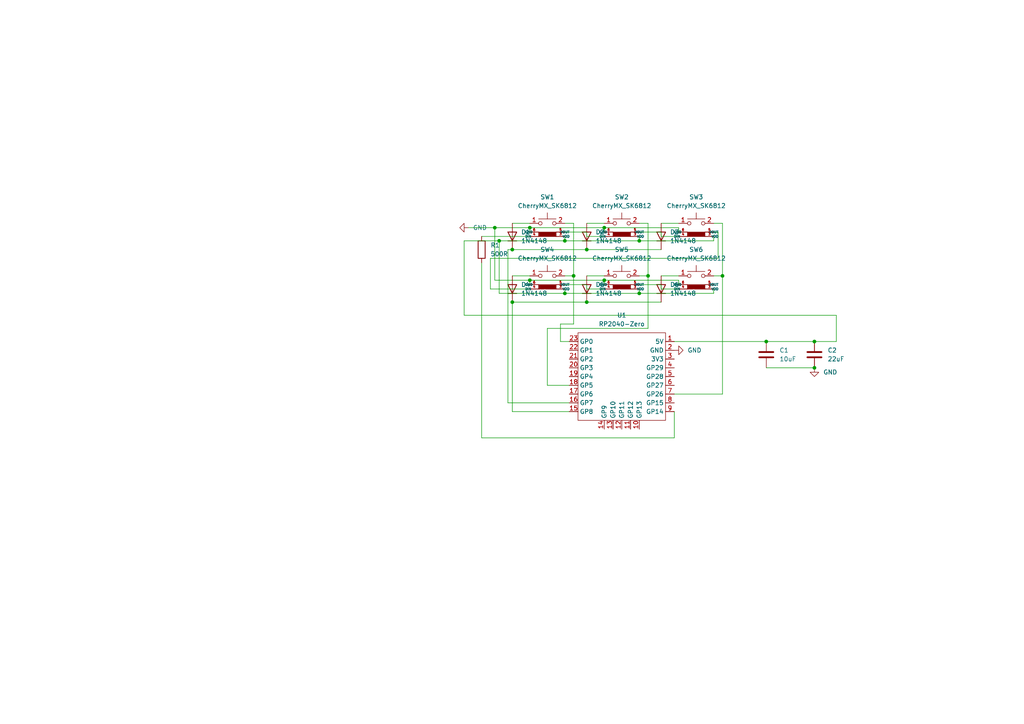
<source format=kicad_sch>
(kicad_sch (version 20211123) (generator eeschema)

  (uuid e63e39d7-6ac0-4ffd-8aa3-1841a4541b55)

  (paper "A4")

  (lib_symbols
    (symbol "Cherry MX EDITS:CherryMX_SK6812" (pin_names (offset -3.9878)) (in_bom yes) (on_board yes)
      (property "Reference" "U" (id 0) (at 2.54 4.445 0)
        (effects (font (size 1.27 1.27)))
      )
      (property "Value" "CherryMX_SK6812" (id 1) (at 0 -8.89 0)
        (effects (font (size 1.27 1.27)))
      )
      (property "Footprint" "" (id 2) (at 0 0 0)
        (effects (font (size 1.27 1.27)) hide)
      )
      (property "Datasheet" "" (id 3) (at 0 0 0)
        (effects (font (size 1.27 1.27)) hide)
      )
      (symbol "CherryMX_SK6812_0_1"
        (rectangle (start 2.54 -1.27) (end -2.54 -2.54)
          (stroke (width 0) (type default) (color 0 0 0 0))
          (fill (type outline))
        )
      )
      (symbol "CherryMX_SK6812_1_1"
        (circle (center -2.032 1.27) (radius 0.508)
          (stroke (width 0) (type default) (color 0 0 0 0))
          (fill (type none))
        )
        (polyline
          (pts
            (xy 0 2.54)
            (xy 0 4.318)
          )
          (stroke (width 0) (type default) (color 0 0 0 0))
          (fill (type none))
        )
        (polyline
          (pts
            (xy 2.54 -2.54)
            (xy -2.54 -2.54)
          )
          (stroke (width 0) (type default) (color 0 0 0 0))
          (fill (type none))
        )
        (polyline
          (pts
            (xy 2.54 2.54)
            (xy -2.54 2.54)
          )
          (stroke (width 0) (type default) (color 0 0 0 0))
          (fill (type none))
        )
        (circle (center 2.032 1.27) (radius 0.508)
          (stroke (width 0) (type default) (color 0 0 0 0))
          (fill (type none))
        )
        (pin passive line (at -5.08 1.27 0) (length 2.54)
          (name "~" (effects (font (size 1.27 1.27))))
          (number "1" (effects (font (size 1.27 1.27))))
        )
        (pin passive line (at 5.08 1.27 180) (length 2.54)
          (name "~" (effects (font (size 1.27 1.27))))
          (number "2" (effects (font (size 1.27 1.27))))
        )
        (pin passive line (at 5.08 -2.54 180) (length 2.54)
          (name "VDD" (effects (font (size 0.7 0.7))))
          (number "3" (effects (font (size 0.7 0.7))))
        )
        (pin passive line (at -5.08 -2.54 0) (length 2.54)
          (name "DIN" (effects (font (size 0.7 0.7))))
          (number "4" (effects (font (size 0.7 0.7))))
        )
        (pin passive line (at 5.08 -1.27 180) (length 2.54)
          (name "DOUT" (effects (font (size 0.7 0.7))))
          (number "5" (effects (font (size 0.7 0.7))))
        )
        (pin passive line (at -5.08 -1.27 0) (length 2.54)
          (name "GND" (effects (font (size 0.7 0.7))))
          (number "6" (effects (font (size 0.7 0.7))))
        )
      )
    )
    (symbol "Device:C" (pin_numbers hide) (pin_names (offset 0.254)) (in_bom yes) (on_board yes)
      (property "Reference" "C" (id 0) (at 0.635 2.54 0)
        (effects (font (size 1.27 1.27)) (justify left))
      )
      (property "Value" "C" (id 1) (at 0.635 -2.54 0)
        (effects (font (size 1.27 1.27)) (justify left))
      )
      (property "Footprint" "" (id 2) (at 0.9652 -3.81 0)
        (effects (font (size 1.27 1.27)) hide)
      )
      (property "Datasheet" "~" (id 3) (at 0 0 0)
        (effects (font (size 1.27 1.27)) hide)
      )
      (property "ki_keywords" "cap capacitor" (id 4) (at 0 0 0)
        (effects (font (size 1.27 1.27)) hide)
      )
      (property "ki_description" "Unpolarized capacitor" (id 5) (at 0 0 0)
        (effects (font (size 1.27 1.27)) hide)
      )
      (property "ki_fp_filters" "C_*" (id 6) (at 0 0 0)
        (effects (font (size 1.27 1.27)) hide)
      )
      (symbol "C_0_1"
        (polyline
          (pts
            (xy -2.032 -0.762)
            (xy 2.032 -0.762)
          )
          (stroke (width 0.508) (type default) (color 0 0 0 0))
          (fill (type none))
        )
        (polyline
          (pts
            (xy -2.032 0.762)
            (xy 2.032 0.762)
          )
          (stroke (width 0.508) (type default) (color 0 0 0 0))
          (fill (type none))
        )
      )
      (symbol "C_1_1"
        (pin passive line (at 0 3.81 270) (length 2.794)
          (name "~" (effects (font (size 1.27 1.27))))
          (number "1" (effects (font (size 1.27 1.27))))
        )
        (pin passive line (at 0 -3.81 90) (length 2.794)
          (name "~" (effects (font (size 1.27 1.27))))
          (number "2" (effects (font (size 1.27 1.27))))
        )
      )
    )
    (symbol "Device:R" (pin_numbers hide) (pin_names (offset 0)) (in_bom yes) (on_board yes)
      (property "Reference" "R" (id 0) (at 2.032 0 90)
        (effects (font (size 1.27 1.27)))
      )
      (property "Value" "R" (id 1) (at 0 0 90)
        (effects (font (size 1.27 1.27)))
      )
      (property "Footprint" "" (id 2) (at -1.778 0 90)
        (effects (font (size 1.27 1.27)) hide)
      )
      (property "Datasheet" "~" (id 3) (at 0 0 0)
        (effects (font (size 1.27 1.27)) hide)
      )
      (property "ki_keywords" "R res resistor" (id 4) (at 0 0 0)
        (effects (font (size 1.27 1.27)) hide)
      )
      (property "ki_description" "Resistor" (id 5) (at 0 0 0)
        (effects (font (size 1.27 1.27)) hide)
      )
      (property "ki_fp_filters" "R_*" (id 6) (at 0 0 0)
        (effects (font (size 1.27 1.27)) hide)
      )
      (symbol "R_0_1"
        (rectangle (start -1.016 -2.54) (end 1.016 2.54)
          (stroke (width 0.254) (type default) (color 0 0 0 0))
          (fill (type none))
        )
      )
      (symbol "R_1_1"
        (pin passive line (at 0 3.81 270) (length 1.27)
          (name "~" (effects (font (size 1.27 1.27))))
          (number "1" (effects (font (size 1.27 1.27))))
        )
        (pin passive line (at 0 -3.81 90) (length 1.27)
          (name "~" (effects (font (size 1.27 1.27))))
          (number "2" (effects (font (size 1.27 1.27))))
        )
      )
    )
    (symbol "Diode:1N4148" (pin_numbers hide) (pin_names (offset 1.016) hide) (in_bom yes) (on_board yes)
      (property "Reference" "D" (id 0) (at 0 2.54 0)
        (effects (font (size 1.27 1.27)))
      )
      (property "Value" "1N4148" (id 1) (at 0 -2.54 0)
        (effects (font (size 1.27 1.27)))
      )
      (property "Footprint" "Diode_THT:D_DO-35_SOD27_P7.62mm_Horizontal" (id 2) (at 0 -4.445 0)
        (effects (font (size 1.27 1.27)) hide)
      )
      (property "Datasheet" "https://assets.nexperia.com/documents/data-sheet/1N4148_1N4448.pdf" (id 3) (at 0 0 0)
        (effects (font (size 1.27 1.27)) hide)
      )
      (property "ki_keywords" "diode" (id 4) (at 0 0 0)
        (effects (font (size 1.27 1.27)) hide)
      )
      (property "ki_description" "100V 0.15A standard switching diode, DO-35" (id 5) (at 0 0 0)
        (effects (font (size 1.27 1.27)) hide)
      )
      (property "ki_fp_filters" "D*DO?35*" (id 6) (at 0 0 0)
        (effects (font (size 1.27 1.27)) hide)
      )
      (symbol "1N4148_0_1"
        (polyline
          (pts
            (xy -1.27 1.27)
            (xy -1.27 -1.27)
          )
          (stroke (width 0.254) (type default) (color 0 0 0 0))
          (fill (type none))
        )
        (polyline
          (pts
            (xy 1.27 0)
            (xy -1.27 0)
          )
          (stroke (width 0) (type default) (color 0 0 0 0))
          (fill (type none))
        )
        (polyline
          (pts
            (xy 1.27 1.27)
            (xy 1.27 -1.27)
            (xy -1.27 0)
            (xy 1.27 1.27)
          )
          (stroke (width 0.254) (type default) (color 0 0 0 0))
          (fill (type none))
        )
      )
      (symbol "1N4148_1_1"
        (pin passive line (at -3.81 0 0) (length 2.54)
          (name "K" (effects (font (size 1.27 1.27))))
          (number "1" (effects (font (size 1.27 1.27))))
        )
        (pin passive line (at 3.81 0 180) (length 2.54)
          (name "A" (effects (font (size 1.27 1.27))))
          (number "2" (effects (font (size 1.27 1.27))))
        )
      )
    )
    (symbol "RP2040-Zero:RP2040-Zero" (in_bom yes) (on_board yes)
      (property "Reference" "U" (id 0) (at 0 -3.81 0)
        (effects (font (size 1.27 1.27)))
      )
      (property "Value" "RP2040-Zero" (id 1) (at 0 16.51 0)
        (effects (font (size 1.27 1.27)))
      )
      (property "Footprint" "" (id 2) (at 0 -3.81 0)
        (effects (font (size 1.27 1.27)) hide)
      )
      (property "Datasheet" "" (id 3) (at 0 -3.81 0)
        (effects (font (size 1.27 1.27)) hide)
      )
      (symbol "RP2040-Zero_0_1"
        (rectangle (start -12.7 12.7) (end 12.7 -12.7)
          (stroke (width 0) (type default) (color 0 0 0 0))
          (fill (type none))
        )
      )
      (symbol "RP2040-Zero_1_1"
        (pin power_out line (at -15.24 10.16 0) (length 2.54)
          (name "5V" (effects (font (size 1.27 1.27))))
          (number "1" (effects (font (size 1.27 1.27))))
        )
        (pin passive line (at -5.08 -15.24 90) (length 2.54)
          (name "GP13" (effects (font (size 1.27 1.27))))
          (number "10" (effects (font (size 1.27 1.27))))
        )
        (pin passive line (at -2.54 -15.24 90) (length 2.54)
          (name "GP12" (effects (font (size 1.27 1.27))))
          (number "11" (effects (font (size 1.27 1.27))))
        )
        (pin passive line (at 0 -15.24 90) (length 2.54)
          (name "GP11" (effects (font (size 1.27 1.27))))
          (number "12" (effects (font (size 1.27 1.27))))
        )
        (pin passive line (at 2.54 -15.24 90) (length 2.54)
          (name "GP10" (effects (font (size 1.27 1.27))))
          (number "13" (effects (font (size 1.27 1.27))))
        )
        (pin passive line (at 5.08 -15.24 90) (length 2.54)
          (name "GP9" (effects (font (size 1.27 1.27))))
          (number "14" (effects (font (size 1.27 1.27))))
        )
        (pin passive line (at 15.24 -10.16 180) (length 2.54)
          (name "GP8" (effects (font (size 1.27 1.27))))
          (number "15" (effects (font (size 1.27 1.27))))
        )
        (pin passive line (at 15.24 -7.62 180) (length 2.54)
          (name "GP7" (effects (font (size 1.27 1.27))))
          (number "16" (effects (font (size 1.27 1.27))))
        )
        (pin passive line (at 15.24 -5.08 180) (length 2.54)
          (name "GP6" (effects (font (size 1.27 1.27))))
          (number "17" (effects (font (size 1.27 1.27))))
        )
        (pin passive line (at 15.24 -2.54 180) (length 2.54)
          (name "GP5" (effects (font (size 1.27 1.27))))
          (number "18" (effects (font (size 1.27 1.27))))
        )
        (pin passive line (at 15.24 0 180) (length 2.54)
          (name "GP4" (effects (font (size 1.27 1.27))))
          (number "19" (effects (font (size 1.27 1.27))))
        )
        (pin passive line (at -15.24 7.62 0) (length 2.54)
          (name "GND" (effects (font (size 1.27 1.27))))
          (number "2" (effects (font (size 1.27 1.27))))
        )
        (pin passive line (at 15.24 2.54 180) (length 2.54)
          (name "GP3" (effects (font (size 1.27 1.27))))
          (number "20" (effects (font (size 1.27 1.27))))
        )
        (pin passive line (at 15.24 5.08 180) (length 2.54)
          (name "GP2" (effects (font (size 1.27 1.27))))
          (number "21" (effects (font (size 1.27 1.27))))
        )
        (pin passive line (at 15.24 7.62 180) (length 2.54)
          (name "GP1" (effects (font (size 1.27 1.27))))
          (number "22" (effects (font (size 1.27 1.27))))
        )
        (pin passive line (at 15.24 10.16 180) (length 2.54)
          (name "GP0" (effects (font (size 1.27 1.27))))
          (number "23" (effects (font (size 1.27 1.27))))
        )
        (pin power_out line (at -15.24 5.08 0) (length 2.54)
          (name "3V3" (effects (font (size 1.27 1.27))))
          (number "3" (effects (font (size 1.27 1.27))))
        )
        (pin passive line (at -15.24 2.54 0) (length 2.54)
          (name "GP29" (effects (font (size 1.27 1.27))))
          (number "4" (effects (font (size 1.27 1.27))))
        )
        (pin passive line (at -15.24 0 0) (length 2.54)
          (name "GP28" (effects (font (size 1.27 1.27))))
          (number "5" (effects (font (size 1.27 1.27))))
        )
        (pin passive line (at -15.24 -2.54 0) (length 2.54)
          (name "GP27" (effects (font (size 1.27 1.27))))
          (number "6" (effects (font (size 1.27 1.27))))
        )
        (pin passive line (at -15.24 -5.08 0) (length 2.54)
          (name "GP26" (effects (font (size 1.27 1.27))))
          (number "7" (effects (font (size 1.27 1.27))))
        )
        (pin passive line (at -15.24 -7.62 0) (length 2.54)
          (name "GP15" (effects (font (size 1.27 1.27))))
          (number "8" (effects (font (size 1.27 1.27))))
        )
        (pin passive line (at -15.24 -10.16 0) (length 2.54)
          (name "GP14" (effects (font (size 1.27 1.27))))
          (number "9" (effects (font (size 1.27 1.27))))
        )
      )
    )
    (symbol "power:GND" (power) (pin_names (offset 0)) (in_bom yes) (on_board yes)
      (property "Reference" "#PWR" (id 0) (at 0 -6.35 0)
        (effects (font (size 1.27 1.27)) hide)
      )
      (property "Value" "GND" (id 1) (at 0 -3.81 0)
        (effects (font (size 1.27 1.27)))
      )
      (property "Footprint" "" (id 2) (at 0 0 0)
        (effects (font (size 1.27 1.27)) hide)
      )
      (property "Datasheet" "" (id 3) (at 0 0 0)
        (effects (font (size 1.27 1.27)) hide)
      )
      (property "ki_keywords" "power-flag" (id 4) (at 0 0 0)
        (effects (font (size 1.27 1.27)) hide)
      )
      (property "ki_description" "Power symbol creates a global label with name \"GND\" , ground" (id 5) (at 0 0 0)
        (effects (font (size 1.27 1.27)) hide)
      )
      (symbol "GND_0_1"
        (polyline
          (pts
            (xy 0 0)
            (xy 0 -1.27)
            (xy 1.27 -1.27)
            (xy 0 -2.54)
            (xy -1.27 -1.27)
            (xy 0 -1.27)
          )
          (stroke (width 0) (type default) (color 0 0 0 0))
          (fill (type none))
        )
      )
      (symbol "GND_1_1"
        (pin power_in line (at 0 0 270) (length 0) hide
          (name "GND" (effects (font (size 1.27 1.27))))
          (number "1" (effects (font (size 1.27 1.27))))
        )
      )
    )
  )

  (junction (at 222.25 99.06) (diameter 0) (color 0 0 0 0)
    (uuid 14ff7664-e14f-42be-b889-820e09376e77)
  )
  (junction (at 209.55 80.01) (diameter 0) (color 0 0 0 0)
    (uuid 1a6a0726-da62-4e7a-b715-2d6754f63207)
  )
  (junction (at 236.22 99.06) (diameter 0) (color 0 0 0 0)
    (uuid 3213dd14-46de-4966-b768-7c12fb827b19)
  )
  (junction (at 143.51 66.04) (diameter 0) (color 0 0 0 0)
    (uuid 34c5f403-971e-4b59-b573-e44228969ffb)
  )
  (junction (at 185.42 85.09) (diameter 0) (color 0 0 0 0)
    (uuid 3c558f9f-0a09-4695-8d95-546cd09199c8)
  )
  (junction (at 153.67 66.04) (diameter 0) (color 0 0 0 0)
    (uuid 43279136-df01-426a-8ad0-e4f07790494e)
  )
  (junction (at 144.78 69.85) (diameter 0) (color 0 0 0 0)
    (uuid 4ee1e78c-a0cf-4eb8-b511-73b4a6832d98)
  )
  (junction (at 187.96 80.01) (diameter 0) (color 0 0 0 0)
    (uuid 5a4eb743-de23-4ffa-a456-aa8b2213076c)
  )
  (junction (at 153.67 81.28) (diameter 0) (color 0 0 0 0)
    (uuid 5d20a811-3bef-482d-837a-8742b9a0b626)
  )
  (junction (at 170.18 87.63) (diameter 0) (color 0 0 0 0)
    (uuid 60c247b0-7f2b-41c5-ab77-d5427bb51840)
  )
  (junction (at 148.59 72.39) (diameter 0) (color 0 0 0 0)
    (uuid 635c21b3-169d-4ccd-b1e0-289ea9757056)
  )
  (junction (at 185.42 69.85) (diameter 0) (color 0 0 0 0)
    (uuid 679eb0a3-a1cb-4390-897f-0802ba114e81)
  )
  (junction (at 148.59 87.63) (diameter 0) (color 0 0 0 0)
    (uuid 754ad135-18bd-4464-93b2-2bef29946a76)
  )
  (junction (at 175.26 81.28) (diameter 0) (color 0 0 0 0)
    (uuid 8ca7ac40-27b8-4270-af86-c5a1e73f987c)
  )
  (junction (at 236.22 106.68) (diameter 0) (color 0 0 0 0)
    (uuid 9c7dacd8-64c8-400c-89ab-81e970688305)
  )
  (junction (at 163.83 85.09) (diameter 0) (color 0 0 0 0)
    (uuid d11c39f4-2ff6-4759-8cb6-4bd356e9027a)
  )
  (junction (at 166.37 80.01) (diameter 0) (color 0 0 0 0)
    (uuid dceec581-9e09-4396-9233-6c5b7289a958)
  )
  (junction (at 175.26 66.04) (diameter 0) (color 0 0 0 0)
    (uuid e0e43859-d345-4c44-9756-09a323739106)
  )
  (junction (at 170.18 72.39) (diameter 0) (color 0 0 0 0)
    (uuid f4cbd65d-cdde-4271-83ce-c0e124664c2b)
  )
  (junction (at 163.83 69.85) (diameter 0) (color 0 0 0 0)
    (uuid fff19411-e711-4d7a-b087-47ee0969128e)
  )

  (wire (pts (xy 134.62 69.85) (xy 144.78 69.85))
    (stroke (width 0) (type default) (color 0 0 0 0))
    (uuid 00427455-db19-49a2-a4f7-587b207d33ac)
  )
  (wire (pts (xy 191.77 67.31) (xy 191.77 68.58))
    (stroke (width 0) (type default) (color 0 0 0 0))
    (uuid 070ff98d-2fe4-4be0-9257-cdee252bd421)
  )
  (wire (pts (xy 143.51 81.28) (xy 153.67 81.28))
    (stroke (width 0) (type default) (color 0 0 0 0))
    (uuid 0749b3db-de05-4334-8f0f-0c66866a4033)
  )
  (wire (pts (xy 207.01 69.85) (xy 207.01 68.58))
    (stroke (width 0) (type default) (color 0 0 0 0))
    (uuid 07e7e64d-a74a-4fa6-ab98-0b8bcd87c0a9)
  )
  (wire (pts (xy 175.26 66.04) (xy 175.26 67.31))
    (stroke (width 0) (type default) (color 0 0 0 0))
    (uuid 1504508a-7056-4e30-89c0-d1874b79b88e)
  )
  (wire (pts (xy 187.96 64.77) (xy 187.96 80.01))
    (stroke (width 0) (type default) (color 0 0 0 0))
    (uuid 16627e6d-a7b0-4a1d-8d69-4531edc62b0d)
  )
  (wire (pts (xy 148.59 72.39) (xy 147.32 72.39))
    (stroke (width 0) (type default) (color 0 0 0 0))
    (uuid 1794508b-dbbf-4437-9af8-1402d9ad1d77)
  )
  (wire (pts (xy 148.59 72.39) (xy 170.18 72.39))
    (stroke (width 0) (type default) (color 0 0 0 0))
    (uuid 18840ba6-e9c9-4c29-8bba-f8492c1e4bbe)
  )
  (wire (pts (xy 185.42 85.09) (xy 185.42 83.82))
    (stroke (width 0) (type default) (color 0 0 0 0))
    (uuid 19b5ea40-de36-4513-b52b-fa381f32a771)
  )
  (wire (pts (xy 185.42 69.85) (xy 185.42 68.58))
    (stroke (width 0) (type default) (color 0 0 0 0))
    (uuid 1b41b33c-db4d-4b8c-94aa-dca9437f7859)
  )
  (wire (pts (xy 185.42 82.55) (xy 191.77 82.55))
    (stroke (width 0) (type default) (color 0 0 0 0))
    (uuid 1bf844e4-5aaf-4622-a08e-3d53b15833ac)
  )
  (wire (pts (xy 147.32 116.84) (xy 165.1 116.84))
    (stroke (width 0) (type default) (color 0 0 0 0))
    (uuid 20b4b302-e9c6-4414-b557-9542afc549f9)
  )
  (wire (pts (xy 148.59 80.01) (xy 153.67 80.01))
    (stroke (width 0) (type default) (color 0 0 0 0))
    (uuid 22e4e7a0-1345-4ff1-b9b9-d55188b30aa9)
  )
  (wire (pts (xy 207.01 85.09) (xy 207.01 83.82))
    (stroke (width 0) (type default) (color 0 0 0 0))
    (uuid 22f345cb-bd6e-4941-b0ed-4fd2f0e1e4f8)
  )
  (wire (pts (xy 139.7 76.2) (xy 139.7 127))
    (stroke (width 0) (type default) (color 0 0 0 0))
    (uuid 2427a466-e02b-4d26-9cda-138feddda097)
  )
  (wire (pts (xy 185.42 69.85) (xy 207.01 69.85))
    (stroke (width 0) (type default) (color 0 0 0 0))
    (uuid 28eabaf8-3304-47f7-abe1-7a1f63115562)
  )
  (wire (pts (xy 236.22 99.06) (xy 222.25 99.06))
    (stroke (width 0) (type default) (color 0 0 0 0))
    (uuid 28f59822-3e21-4097-a9d1-0e688fb8583f)
  )
  (wire (pts (xy 153.67 66.04) (xy 175.26 66.04))
    (stroke (width 0) (type default) (color 0 0 0 0))
    (uuid 3458d64d-f048-49ca-94f1-9ab84318b88e)
  )
  (wire (pts (xy 209.55 80.01) (xy 209.55 114.3))
    (stroke (width 0) (type default) (color 0 0 0 0))
    (uuid 3a5457df-a68c-4bfa-980d-9f380fc95be0)
  )
  (wire (pts (xy 139.7 127) (xy 195.58 127))
    (stroke (width 0) (type default) (color 0 0 0 0))
    (uuid 3b846d67-95c3-4e71-9067-90549c5fba19)
  )
  (wire (pts (xy 187.96 95.25) (xy 158.75 95.25))
    (stroke (width 0) (type default) (color 0 0 0 0))
    (uuid 3daedd3d-e63c-4345-97a3-4cb1c99617c4)
  )
  (wire (pts (xy 166.37 93.98) (xy 162.56 93.98))
    (stroke (width 0) (type default) (color 0 0 0 0))
    (uuid 3e93dab3-db69-417a-8526-5bbdcc6cac92)
  )
  (wire (pts (xy 144.78 69.85) (xy 144.78 85.09))
    (stroke (width 0) (type default) (color 0 0 0 0))
    (uuid 3f7ded7e-8028-4c6e-a972-7f3df0da651a)
  )
  (wire (pts (xy 134.62 69.85) (xy 134.62 91.44))
    (stroke (width 0) (type default) (color 0 0 0 0))
    (uuid 4844d704-4b6f-4cba-a703-74580f351b42)
  )
  (wire (pts (xy 170.18 83.82) (xy 175.26 83.82))
    (stroke (width 0) (type default) (color 0 0 0 0))
    (uuid 4f28ebaf-a424-4fd7-bd68-4f2802c11914)
  )
  (wire (pts (xy 222.25 106.68) (xy 236.22 106.68))
    (stroke (width 0) (type default) (color 0 0 0 0))
    (uuid 508def9c-20b2-4fb3-bd3b-4df2abd0e1bc)
  )
  (wire (pts (xy 207.01 67.31) (xy 208.28 67.31))
    (stroke (width 0) (type default) (color 0 0 0 0))
    (uuid 514f4a89-9078-4e7d-be4c-12a23c1d911b)
  )
  (wire (pts (xy 162.56 99.06) (xy 165.1 99.06))
    (stroke (width 0) (type default) (color 0 0 0 0))
    (uuid 527a99f2-98c3-453c-b2ef-a5f8c45c7686)
  )
  (wire (pts (xy 170.18 82.55) (xy 170.18 83.82))
    (stroke (width 0) (type default) (color 0 0 0 0))
    (uuid 596ad3fd-3554-4880-b141-b89840e4e442)
  )
  (wire (pts (xy 163.83 64.77) (xy 166.37 64.77))
    (stroke (width 0) (type default) (color 0 0 0 0))
    (uuid 5b4ca86c-ae63-4f30-b793-373734769e47)
  )
  (wire (pts (xy 163.83 82.55) (xy 170.18 82.55))
    (stroke (width 0) (type default) (color 0 0 0 0))
    (uuid 5ff52b57-ef9e-4f94-a9c9-61e5ac4b83da)
  )
  (wire (pts (xy 175.26 66.04) (xy 196.85 66.04))
    (stroke (width 0) (type default) (color 0 0 0 0))
    (uuid 607e0058-02d4-4ad9-b0b4-a0083e64a7c5)
  )
  (wire (pts (xy 196.85 66.04) (xy 196.85 67.31))
    (stroke (width 0) (type default) (color 0 0 0 0))
    (uuid 62152913-3eac-4c3c-8ce2-f12caa29c85f)
  )
  (wire (pts (xy 148.59 119.38) (xy 165.1 119.38))
    (stroke (width 0) (type default) (color 0 0 0 0))
    (uuid 646e95c0-ccc4-4d83-998c-2d6d331fbdb4)
  )
  (wire (pts (xy 166.37 64.77) (xy 166.37 80.01))
    (stroke (width 0) (type default) (color 0 0 0 0))
    (uuid 64c4d4c0-dfdc-437f-a0a9-69648d627de7)
  )
  (wire (pts (xy 144.78 85.09) (xy 163.83 85.09))
    (stroke (width 0) (type default) (color 0 0 0 0))
    (uuid 659b8501-6336-4adc-a1a4-283534373301)
  )
  (wire (pts (xy 242.57 91.44) (xy 242.57 99.06))
    (stroke (width 0) (type default) (color 0 0 0 0))
    (uuid 6ca991ad-4473-49a1-b37f-183614e1a49c)
  )
  (wire (pts (xy 153.67 66.04) (xy 153.67 67.31))
    (stroke (width 0) (type default) (color 0 0 0 0))
    (uuid 6d09d230-9d9b-4f56-955a-9a4b4f105a4b)
  )
  (wire (pts (xy 162.56 93.98) (xy 162.56 99.06))
    (stroke (width 0) (type default) (color 0 0 0 0))
    (uuid 7154df32-5231-46a7-b917-db4034c7a2f4)
  )
  (wire (pts (xy 163.83 85.09) (xy 185.42 85.09))
    (stroke (width 0) (type default) (color 0 0 0 0))
    (uuid 73a81f11-0a5e-4eab-b658-abc6825b92c4)
  )
  (wire (pts (xy 175.26 81.28) (xy 196.85 81.28))
    (stroke (width 0) (type default) (color 0 0 0 0))
    (uuid 7cb7fc94-c885-407a-9d9d-715ee3805bda)
  )
  (wire (pts (xy 144.78 69.85) (xy 163.83 69.85))
    (stroke (width 0) (type default) (color 0 0 0 0))
    (uuid 81b21914-923e-4c0f-af26-23bc3b50e5b7)
  )
  (wire (pts (xy 170.18 72.39) (xy 191.77 72.39))
    (stroke (width 0) (type default) (color 0 0 0 0))
    (uuid 84719893-af0b-4153-bc37-a3aed58d844d)
  )
  (wire (pts (xy 170.18 80.01) (xy 175.26 80.01))
    (stroke (width 0) (type default) (color 0 0 0 0))
    (uuid 8910fa2f-f37c-4a37-8967-d29ef6c84308)
  )
  (wire (pts (xy 148.59 87.63) (xy 170.18 87.63))
    (stroke (width 0) (type default) (color 0 0 0 0))
    (uuid 89a897a1-0668-4a79-a080-e1aac7a6fbe1)
  )
  (wire (pts (xy 148.59 87.63) (xy 148.59 119.38))
    (stroke (width 0) (type default) (color 0 0 0 0))
    (uuid 8d6ce0fc-661a-44ae-bcad-c277ccc59409)
  )
  (wire (pts (xy 142.24 74.93) (xy 208.28 74.93))
    (stroke (width 0) (type default) (color 0 0 0 0))
    (uuid 90e67389-ea05-411d-9139-3ac7056bf76c)
  )
  (wire (pts (xy 170.18 67.31) (xy 170.18 68.58))
    (stroke (width 0) (type default) (color 0 0 0 0))
    (uuid 9160bd7c-b1e8-4696-a277-d1ed726202fe)
  )
  (wire (pts (xy 170.18 68.58) (xy 175.26 68.58))
    (stroke (width 0) (type default) (color 0 0 0 0))
    (uuid 9bb66bfb-fa7e-4c57-bc52-ab0ee14f65ab)
  )
  (wire (pts (xy 196.85 81.28) (xy 196.85 82.55))
    (stroke (width 0) (type default) (color 0 0 0 0))
    (uuid 9ca480a5-c5e8-432d-91e4-a809d2674170)
  )
  (wire (pts (xy 170.18 87.63) (xy 191.77 87.63))
    (stroke (width 0) (type default) (color 0 0 0 0))
    (uuid 9db017b5-728b-4d4d-8b4e-bcedbd0e8e15)
  )
  (wire (pts (xy 163.83 85.09) (xy 163.83 83.82))
    (stroke (width 0) (type default) (color 0 0 0 0))
    (uuid a427193b-a11d-48c7-9ba4-dce951419acf)
  )
  (wire (pts (xy 209.55 80.01) (xy 207.01 80.01))
    (stroke (width 0) (type default) (color 0 0 0 0))
    (uuid a7dd59ca-19a8-4381-b5f8-21bd7b3e712e)
  )
  (wire (pts (xy 142.24 74.93) (xy 142.24 83.82))
    (stroke (width 0) (type default) (color 0 0 0 0))
    (uuid a824d812-bec6-4789-8048-bc09d0c00386)
  )
  (wire (pts (xy 163.83 69.85) (xy 163.83 68.58))
    (stroke (width 0) (type default) (color 0 0 0 0))
    (uuid aa14a77d-bd44-4a5b-a3a3-121715705202)
  )
  (wire (pts (xy 170.18 64.77) (xy 175.26 64.77))
    (stroke (width 0) (type default) (color 0 0 0 0))
    (uuid b189398d-80b1-44ab-9f2d-2bb02a73b131)
  )
  (wire (pts (xy 134.62 91.44) (xy 242.57 91.44))
    (stroke (width 0) (type default) (color 0 0 0 0))
    (uuid b5a6f670-10ef-472f-81a7-7b362cf0261b)
  )
  (wire (pts (xy 209.55 64.77) (xy 209.55 80.01))
    (stroke (width 0) (type default) (color 0 0 0 0))
    (uuid b737febf-6509-4b5b-9465-a8e00983efda)
  )
  (wire (pts (xy 163.83 67.31) (xy 170.18 67.31))
    (stroke (width 0) (type default) (color 0 0 0 0))
    (uuid b9ac2921-cba5-4e5e-b5d6-c9623722e4d5)
  )
  (wire (pts (xy 191.77 83.82) (xy 196.85 83.82))
    (stroke (width 0) (type default) (color 0 0 0 0))
    (uuid b9c8c751-501f-4fd9-9976-9daaa7432a8d)
  )
  (wire (pts (xy 222.25 99.06) (xy 195.58 99.06))
    (stroke (width 0) (type default) (color 0 0 0 0))
    (uuid bab052e2-fbe7-4aa5-8847-6b5eeffabd7e)
  )
  (wire (pts (xy 209.55 64.77) (xy 207.01 64.77))
    (stroke (width 0) (type default) (color 0 0 0 0))
    (uuid bc947a75-e994-4ee4-b8db-d0bf4133fb3f)
  )
  (wire (pts (xy 175.26 81.28) (xy 175.26 82.55))
    (stroke (width 0) (type default) (color 0 0 0 0))
    (uuid bf5bad25-e2ed-40ff-8e51-9e94573a900b)
  )
  (wire (pts (xy 185.42 85.09) (xy 207.01 85.09))
    (stroke (width 0) (type default) (color 0 0 0 0))
    (uuid c3dd4e3d-1fd5-49fe-863d-80a35ddc804f)
  )
  (wire (pts (xy 191.77 64.77) (xy 196.85 64.77))
    (stroke (width 0) (type default) (color 0 0 0 0))
    (uuid c63269a9-082a-4f8f-a100-68450d3b5dcf)
  )
  (wire (pts (xy 143.51 81.28) (xy 143.51 66.04))
    (stroke (width 0) (type default) (color 0 0 0 0))
    (uuid c7496237-2dee-4c61-9e1a-032d008d58d0)
  )
  (wire (pts (xy 185.42 64.77) (xy 187.96 64.77))
    (stroke (width 0) (type default) (color 0 0 0 0))
    (uuid cd722567-a804-427b-8edd-798e59657fe8)
  )
  (wire (pts (xy 147.32 72.39) (xy 147.32 116.84))
    (stroke (width 0) (type default) (color 0 0 0 0))
    (uuid d070e6b0-24da-46bc-891b-1472ff7acd8d)
  )
  (wire (pts (xy 166.37 80.01) (xy 166.37 93.98))
    (stroke (width 0) (type default) (color 0 0 0 0))
    (uuid d2a337c2-ae15-4ed8-a3a5-86d959936007)
  )
  (wire (pts (xy 158.75 111.76) (xy 165.1 111.76))
    (stroke (width 0) (type default) (color 0 0 0 0))
    (uuid d5dbdd82-1591-47be-a406-fc8f5b554f43)
  )
  (wire (pts (xy 208.28 67.31) (xy 208.28 74.93))
    (stroke (width 0) (type default) (color 0 0 0 0))
    (uuid d68444ef-898e-4101-890e-fa5733299f86)
  )
  (wire (pts (xy 139.7 68.58) (xy 153.67 68.58))
    (stroke (width 0) (type default) (color 0 0 0 0))
    (uuid d71f64a7-bb12-46cf-a27e-dd18d8a65eff)
  )
  (wire (pts (xy 142.24 83.82) (xy 153.67 83.82))
    (stroke (width 0) (type default) (color 0 0 0 0))
    (uuid dc9337df-3fe5-4ef1-850d-5d9c796b8e79)
  )
  (wire (pts (xy 166.37 80.01) (xy 163.83 80.01))
    (stroke (width 0) (type default) (color 0 0 0 0))
    (uuid df2f52ed-7cfa-4236-a2bd-365fbd18d33a)
  )
  (wire (pts (xy 185.42 67.31) (xy 191.77 67.31))
    (stroke (width 0) (type default) (color 0 0 0 0))
    (uuid df46fca9-c57c-4692-a317-47a1739c6d79)
  )
  (wire (pts (xy 153.67 81.28) (xy 153.67 82.55))
    (stroke (width 0) (type default) (color 0 0 0 0))
    (uuid e063622c-de0c-4c83-95ac-ac25718dffcd)
  )
  (wire (pts (xy 187.96 80.01) (xy 185.42 80.01))
    (stroke (width 0) (type default) (color 0 0 0 0))
    (uuid e2653b0a-5296-4a12-b227-bcac62608036)
  )
  (wire (pts (xy 191.77 82.55) (xy 191.77 83.82))
    (stroke (width 0) (type default) (color 0 0 0 0))
    (uuid e467c0c8-b3b7-47bd-8c98-2db690434134)
  )
  (wire (pts (xy 191.77 80.01) (xy 196.85 80.01))
    (stroke (width 0) (type default) (color 0 0 0 0))
    (uuid e4d37f03-b2e6-40b3-8baa-8aba721e9376)
  )
  (wire (pts (xy 148.59 64.77) (xy 153.67 64.77))
    (stroke (width 0) (type default) (color 0 0 0 0))
    (uuid e6d29fdc-66fa-405e-a61e-768cff1fe41e)
  )
  (wire (pts (xy 153.67 81.28) (xy 175.26 81.28))
    (stroke (width 0) (type default) (color 0 0 0 0))
    (uuid e7944adb-6a20-46f9-a882-d74bf61ee849)
  )
  (wire (pts (xy 242.57 99.06) (xy 236.22 99.06))
    (stroke (width 0) (type default) (color 0 0 0 0))
    (uuid ec276c8a-eb48-440f-b539-492777d28831)
  )
  (wire (pts (xy 195.58 127) (xy 195.58 119.38))
    (stroke (width 0) (type default) (color 0 0 0 0))
    (uuid ed425e3c-f874-420b-a1b4-cb085444c9f5)
  )
  (wire (pts (xy 209.55 114.3) (xy 195.58 114.3))
    (stroke (width 0) (type default) (color 0 0 0 0))
    (uuid eea1ecd8-bcfc-4133-952e-bd0b352f3413)
  )
  (wire (pts (xy 135.89 66.04) (xy 143.51 66.04))
    (stroke (width 0) (type default) (color 0 0 0 0))
    (uuid f967f1af-3bf9-4170-a2de-503eb65f69c3)
  )
  (wire (pts (xy 187.96 80.01) (xy 187.96 95.25))
    (stroke (width 0) (type default) (color 0 0 0 0))
    (uuid f9965644-4ee6-4f4d-bb57-36a67029f581)
  )
  (wire (pts (xy 191.77 68.58) (xy 196.85 68.58))
    (stroke (width 0) (type default) (color 0 0 0 0))
    (uuid fb3f3588-3f85-4e7f-9832-f5375646565d)
  )
  (wire (pts (xy 143.51 66.04) (xy 153.67 66.04))
    (stroke (width 0) (type default) (color 0 0 0 0))
    (uuid fd308154-877d-405f-aebb-0fa2b0011663)
  )
  (wire (pts (xy 158.75 95.25) (xy 158.75 111.76))
    (stroke (width 0) (type default) (color 0 0 0 0))
    (uuid fd6fdb7d-84e6-4752-9d46-8e02a419ed38)
  )
  (wire (pts (xy 163.83 69.85) (xy 185.42 69.85))
    (stroke (width 0) (type default) (color 0 0 0 0))
    (uuid ff41b5c0-eafe-4fa6-887b-852f5806da3a)
  )

  (symbol (lib_id "Cherry MX EDITS:CherryMX_SK6812") (at 180.34 81.28 0) (unit 1)
    (in_bom yes) (on_board yes) (fields_autoplaced)
    (uuid 1104181a-de46-4820-92d8-357c354569d3)
    (property "Reference" "SW5" (id 0) (at 180.34 72.39 0))
    (property "Value" "CherryMX_SK6812" (id 1) (at 180.34 74.93 0))
    (property "Footprint" "edited_footprints:CMX-GLP_Hotswap_RGB_1.00u" (id 2) (at 180.34 81.28 0)
      (effects (font (size 1.27 1.27)) hide)
    )
    (property "Datasheet" "" (id 3) (at 180.34 81.28 0)
      (effects (font (size 1.27 1.27)) hide)
    )
    (pin "1" (uuid 2c479ec2-ab05-447a-a32e-0580a123df6b))
    (pin "2" (uuid e1b2938e-a833-4229-bdd2-fbe7391821ab))
    (pin "3" (uuid 78203551-e76d-45b2-9e72-4337233f1450))
    (pin "4" (uuid 639366ff-1e58-4181-935e-dd91cc582400))
    (pin "5" (uuid 25ed1cf0-c8d2-4dff-976a-8c6ef9999bc8))
    (pin "6" (uuid dd24be3c-596e-458d-a9e1-76f355e8b650))
  )

  (symbol (lib_id "Cherry MX EDITS:CherryMX_SK6812") (at 180.34 66.04 0) (unit 1)
    (in_bom yes) (on_board yes) (fields_autoplaced)
    (uuid 1d2c9525-4362-44d1-a8b8-179a4ce1b7ca)
    (property "Reference" "SW2" (id 0) (at 180.34 57.15 0))
    (property "Value" "CherryMX_SK6812" (id 1) (at 180.34 59.69 0))
    (property "Footprint" "edited_footprints:CMX-GLP_Hotswap_RGB_1.00u" (id 2) (at 180.34 66.04 0)
      (effects (font (size 1.27 1.27)) hide)
    )
    (property "Datasheet" "" (id 3) (at 180.34 66.04 0)
      (effects (font (size 1.27 1.27)) hide)
    )
    (pin "1" (uuid 4fca90ec-55d4-4ba4-acd6-2068dd114d99))
    (pin "2" (uuid 204574f8-6479-4f53-a0de-bc6abefcd31f))
    (pin "3" (uuid 26f5e4f4-1c80-4c12-a393-3374b1b95410))
    (pin "4" (uuid b7c62e14-7ab0-4d58-bcd2-69b82f46e3dd))
    (pin "5" (uuid f2ef9832-cd91-4ae7-b753-a4bc69dff2eb))
    (pin "6" (uuid 0e5c5399-6d6e-4d8d-aa3c-19212b8644ba))
  )

  (symbol (lib_id "Diode:1N4148") (at 148.59 68.58 90) (unit 1)
    (in_bom yes) (on_board yes) (fields_autoplaced)
    (uuid 22bb6bcd-3534-444a-9ea1-a03dec7a1100)
    (property "Reference" "D1" (id 0) (at 151.13 67.3099 90)
      (effects (font (size 1.27 1.27)) (justify right))
    )
    (property "Value" "1N4148" (id 1) (at 151.13 69.8499 90)
      (effects (font (size 1.27 1.27)) (justify right))
    )
    (property "Footprint" "edited_footprints:D_T-1_P5.08mm_Horizontal" (id 2) (at 153.035 68.58 0)
      (effects (font (size 1.27 1.27)) hide)
    )
    (property "Datasheet" "https://assets.nexperia.com/documents/data-sheet/1N4148_1N4448.pdf" (id 3) (at 148.59 68.58 0)
      (effects (font (size 1.27 1.27)) hide)
    )
    (pin "1" (uuid 952a1dc2-306f-4b7b-99c4-ab4fcfa1a39f))
    (pin "2" (uuid 919916ef-1d36-4edc-ab66-9bb1272f14ff))
  )

  (symbol (lib_id "power:GND") (at 135.89 66.04 270) (unit 1)
    (in_bom yes) (on_board yes) (fields_autoplaced)
    (uuid 255d03d1-aaa5-4445-8502-44897d30f5e6)
    (property "Reference" "#PWR0101" (id 0) (at 129.54 66.04 0)
      (effects (font (size 1.27 1.27)) hide)
    )
    (property "Value" "GND" (id 1) (at 137.16 66.0399 90)
      (effects (font (size 1.27 1.27)) (justify left))
    )
    (property "Footprint" "" (id 2) (at 135.89 66.04 0)
      (effects (font (size 1.27 1.27)) hide)
    )
    (property "Datasheet" "" (id 3) (at 135.89 66.04 0)
      (effects (font (size 1.27 1.27)) hide)
    )
    (pin "1" (uuid 707863ea-d843-45e4-b84e-220bf890a5bc))
  )

  (symbol (lib_id "Cherry MX EDITS:CherryMX_SK6812") (at 201.93 81.28 0) (unit 1)
    (in_bom yes) (on_board yes) (fields_autoplaced)
    (uuid 8db3024a-ea8f-4cb8-8536-8010620bc38a)
    (property "Reference" "SW6" (id 0) (at 201.93 72.39 0))
    (property "Value" "CherryMX_SK6812" (id 1) (at 201.93 74.93 0))
    (property "Footprint" "edited_footprints:CMX-GLP_Hotswap_RGB_1.00u" (id 2) (at 201.93 81.28 0)
      (effects (font (size 1.27 1.27)) hide)
    )
    (property "Datasheet" "" (id 3) (at 201.93 81.28 0)
      (effects (font (size 1.27 1.27)) hide)
    )
    (pin "1" (uuid 1ba68122-4459-48a3-ba9c-66f2da3898b8))
    (pin "2" (uuid 02d3e726-20cf-430d-8aac-8aa1b9250c1c))
    (pin "3" (uuid 4c4ce25a-c013-43ad-a478-0c1440b21f2f))
    (pin "4" (uuid 2d65e6da-8909-4364-a8bd-f4553cb690e5))
    (pin "5" (uuid 57412ce3-ecb6-42cc-ae3b-e037e8cf969a))
    (pin "6" (uuid 4fb95810-6d57-46e8-b844-643b971504a0))
  )

  (symbol (lib_id "Cherry MX EDITS:CherryMX_SK6812") (at 158.75 81.28 0) (unit 1)
    (in_bom yes) (on_board yes) (fields_autoplaced)
    (uuid 8f9f0312-a6da-44a7-9598-9e2034eb733d)
    (property "Reference" "SW4" (id 0) (at 158.75 72.39 0))
    (property "Value" "CherryMX_SK6812" (id 1) (at 158.75 74.93 0))
    (property "Footprint" "edited_footprints:CMX-GLP_Hotswap_RGB_1.00u" (id 2) (at 158.75 81.28 0)
      (effects (font (size 1.27 1.27)) hide)
    )
    (property "Datasheet" "" (id 3) (at 158.75 81.28 0)
      (effects (font (size 1.27 1.27)) hide)
    )
    (pin "1" (uuid 7ba59bbf-c7d0-435d-8273-5aa1d7f3b8a2))
    (pin "2" (uuid 77578875-41ff-45eb-9039-fd8e3dea0d91))
    (pin "3" (uuid 22a7b55f-d92f-49f0-b145-20ab665b0425))
    (pin "4" (uuid 1410ac36-c047-4fe2-b20d-0b9f78d296a9))
    (pin "5" (uuid 1170ffd5-6942-4b0c-9623-eb4c074dc429))
    (pin "6" (uuid 46e158f9-2818-4c30-ad09-fb09761f1742))
  )

  (symbol (lib_id "Diode:1N4148") (at 170.18 83.82 90) (unit 1)
    (in_bom yes) (on_board yes) (fields_autoplaced)
    (uuid 949325a8-1fba-4cf4-9f61-68569d53f454)
    (property "Reference" "D5" (id 0) (at 172.72 82.5499 90)
      (effects (font (size 1.27 1.27)) (justify right))
    )
    (property "Value" "1N4148" (id 1) (at 172.72 85.0899 90)
      (effects (font (size 1.27 1.27)) (justify right))
    )
    (property "Footprint" "edited_footprints:D_T-1_P5.08mm_Horizontal" (id 2) (at 174.625 83.82 0)
      (effects (font (size 1.27 1.27)) hide)
    )
    (property "Datasheet" "https://assets.nexperia.com/documents/data-sheet/1N4148_1N4448.pdf" (id 3) (at 170.18 83.82 0)
      (effects (font (size 1.27 1.27)) hide)
    )
    (pin "1" (uuid 45a313b6-6fea-4a8d-b19c-5fd8f096b767))
    (pin "2" (uuid d56e3538-116f-4198-ac01-205d8e8543f5))
  )

  (symbol (lib_id "Device:R") (at 139.7 72.39 180) (unit 1)
    (in_bom yes) (on_board yes) (fields_autoplaced)
    (uuid 9d1d8eed-9808-4155-8a5e-c3fd9fd7e859)
    (property "Reference" "R1" (id 0) (at 142.24 71.1199 0)
      (effects (font (size 1.27 1.27)) (justify right))
    )
    (property "Value" "500R" (id 1) (at 142.24 73.6599 0)
      (effects (font (size 1.27 1.27)) (justify right))
    )
    (property "Footprint" "Resistor_THT:R_Axial_DIN0204_L3.6mm_D1.6mm_P7.62mm_Horizontal" (id 2) (at 141.478 72.39 90)
      (effects (font (size 1.27 1.27)) hide)
    )
    (property "Datasheet" "~" (id 3) (at 139.7 72.39 0)
      (effects (font (size 1.27 1.27)) hide)
    )
    (pin "1" (uuid e4e8e81d-5906-4deb-bea1-13ab60def8d8))
    (pin "2" (uuid a0242c1a-db37-4693-9da6-ab1c99db6904))
  )

  (symbol (lib_id "Device:C") (at 236.22 102.87 0) (unit 1)
    (in_bom yes) (on_board yes) (fields_autoplaced)
    (uuid 9ecfde8c-bd4e-473b-a28a-c614a614d209)
    (property "Reference" "C2" (id 0) (at 240.03 101.5999 0)
      (effects (font (size 1.27 1.27)) (justify left))
    )
    (property "Value" "22uF" (id 1) (at 240.03 104.1399 0)
      (effects (font (size 1.27 1.27)) (justify left))
    )
    (property "Footprint" "edited_footprints:Cap_4mm_Horizontal" (id 2) (at 237.1852 106.68 0)
      (effects (font (size 1.27 1.27)) hide)
    )
    (property "Datasheet" "~" (id 3) (at 236.22 102.87 0)
      (effects (font (size 1.27 1.27)) hide)
    )
    (pin "1" (uuid 560e698a-1de1-4a63-b481-6b244319ba9f))
    (pin "2" (uuid dc98b841-31ac-4fec-b488-2243cb62fad9))
  )

  (symbol (lib_id "Diode:1N4148") (at 170.18 68.58 90) (unit 1)
    (in_bom yes) (on_board yes) (fields_autoplaced)
    (uuid a48a3834-b302-4c0b-a025-fb20bd1d7b96)
    (property "Reference" "D2" (id 0) (at 172.72 67.3099 90)
      (effects (font (size 1.27 1.27)) (justify right))
    )
    (property "Value" "1N4148" (id 1) (at 172.72 69.8499 90)
      (effects (font (size 1.27 1.27)) (justify right))
    )
    (property "Footprint" "edited_footprints:D_T-1_P5.08mm_Horizontal" (id 2) (at 174.625 68.58 0)
      (effects (font (size 1.27 1.27)) hide)
    )
    (property "Datasheet" "https://assets.nexperia.com/documents/data-sheet/1N4148_1N4448.pdf" (id 3) (at 170.18 68.58 0)
      (effects (font (size 1.27 1.27)) hide)
    )
    (pin "1" (uuid 6d8d629a-6303-43de-a40a-aaf8a451bbf3))
    (pin "2" (uuid 1852d03c-ef4b-40b1-96ab-ed33811f661e))
  )

  (symbol (lib_id "Diode:1N4148") (at 191.77 83.82 90) (unit 1)
    (in_bom yes) (on_board yes) (fields_autoplaced)
    (uuid a99e9519-eb96-494e-8454-0159d18dfa8c)
    (property "Reference" "D6" (id 0) (at 194.31 82.5499 90)
      (effects (font (size 1.27 1.27)) (justify right))
    )
    (property "Value" "1N4148" (id 1) (at 194.31 85.0899 90)
      (effects (font (size 1.27 1.27)) (justify right))
    )
    (property "Footprint" "edited_footprints:D_T-1_P5.08mm_Horizontal" (id 2) (at 196.215 83.82 0)
      (effects (font (size 1.27 1.27)) hide)
    )
    (property "Datasheet" "https://assets.nexperia.com/documents/data-sheet/1N4148_1N4448.pdf" (id 3) (at 191.77 83.82 0)
      (effects (font (size 1.27 1.27)) hide)
    )
    (pin "1" (uuid 6a988669-4ce1-409f-98b8-56bd0e2dc0b0))
    (pin "2" (uuid 06a00ad7-7071-47da-985a-e45606bd1595))
  )

  (symbol (lib_id "Device:C") (at 222.25 102.87 0) (unit 1)
    (in_bom yes) (on_board yes) (fields_autoplaced)
    (uuid ba0aef92-1969-43e1-850f-23af2db306e7)
    (property "Reference" "C1" (id 0) (at 226.06 101.5999 0)
      (effects (font (size 1.27 1.27)) (justify left))
    )
    (property "Value" "10uF" (id 1) (at 226.06 104.1399 0)
      (effects (font (size 1.27 1.27)) (justify left))
    )
    (property "Footprint" "edited_footprints:Cap_4mm_Horizontal" (id 2) (at 223.2152 106.68 0)
      (effects (font (size 1.27 1.27)) hide)
    )
    (property "Datasheet" "~" (id 3) (at 222.25 102.87 0)
      (effects (font (size 1.27 1.27)) hide)
    )
    (pin "1" (uuid 17a023dd-9bba-4f09-8e15-c8ba0947b704))
    (pin "2" (uuid 9631e29e-bef7-47dd-adec-b82ff0109f22))
  )

  (symbol (lib_id "Diode:1N4148") (at 148.59 83.82 90) (unit 1)
    (in_bom yes) (on_board yes) (fields_autoplaced)
    (uuid cea2d8c7-5834-4a92-a723-c193498e6c96)
    (property "Reference" "D4" (id 0) (at 151.13 82.5499 90)
      (effects (font (size 1.27 1.27)) (justify right))
    )
    (property "Value" "1N4148" (id 1) (at 151.13 85.0899 90)
      (effects (font (size 1.27 1.27)) (justify right))
    )
    (property "Footprint" "edited_footprints:D_T-1_P5.08mm_Horizontal" (id 2) (at 153.035 83.82 0)
      (effects (font (size 1.27 1.27)) hide)
    )
    (property "Datasheet" "https://assets.nexperia.com/documents/data-sheet/1N4148_1N4448.pdf" (id 3) (at 148.59 83.82 0)
      (effects (font (size 1.27 1.27)) hide)
    )
    (pin "1" (uuid 2b5f55f5-bc0b-4856-a0b6-aaa5f24ceb44))
    (pin "2" (uuid 514924ca-8d87-4384-8971-7ddff36481ea))
  )

  (symbol (lib_id "Cherry MX EDITS:CherryMX_SK6812") (at 201.93 66.04 0) (unit 1)
    (in_bom yes) (on_board yes) (fields_autoplaced)
    (uuid df2ecf81-599d-45d5-ba1f-ba43e8f0f130)
    (property "Reference" "SW3" (id 0) (at 201.93 57.15 0))
    (property "Value" "CherryMX_SK6812" (id 1) (at 201.93 59.69 0))
    (property "Footprint" "edited_footprints:CMX-GLP_Hotswap_RGB_1.00u" (id 2) (at 201.93 66.04 0)
      (effects (font (size 1.27 1.27)) hide)
    )
    (property "Datasheet" "" (id 3) (at 201.93 66.04 0)
      (effects (font (size 1.27 1.27)) hide)
    )
    (pin "1" (uuid cc817987-3dc7-44ce-ba6e-d3a131479a30))
    (pin "2" (uuid 7843cbb7-0d64-4619-83df-e02f5d6fc926))
    (pin "3" (uuid 0cfab216-2f7e-4c44-a60d-16ce20211082))
    (pin "4" (uuid 6e417949-1c0b-4e2c-a1ca-2496c5b6d272))
    (pin "5" (uuid 70e4a111-ffb9-4dd3-9abc-368ac0ec845c))
    (pin "6" (uuid 8f4ce4e5-bace-49ab-8529-4f690e7139c3))
  )

  (symbol (lib_id "Diode:1N4148") (at 191.77 68.58 90) (unit 1)
    (in_bom yes) (on_board yes) (fields_autoplaced)
    (uuid e240eaa2-c848-400c-96e7-a73883446205)
    (property "Reference" "D3" (id 0) (at 194.31 67.3099 90)
      (effects (font (size 1.27 1.27)) (justify right))
    )
    (property "Value" "1N4148" (id 1) (at 194.31 69.8499 90)
      (effects (font (size 1.27 1.27)) (justify right))
    )
    (property "Footprint" "edited_footprints:D_T-1_P5.08mm_Horizontal" (id 2) (at 196.215 68.58 0)
      (effects (font (size 1.27 1.27)) hide)
    )
    (property "Datasheet" "https://assets.nexperia.com/documents/data-sheet/1N4148_1N4448.pdf" (id 3) (at 191.77 68.58 0)
      (effects (font (size 1.27 1.27)) hide)
    )
    (pin "1" (uuid 3b2c7288-8425-431c-a67e-928fa1fd8d43))
    (pin "2" (uuid 38f9c384-4341-4365-9b6d-e2436e815ca3))
  )

  (symbol (lib_id "RP2040-Zero:RP2040-Zero") (at 180.34 109.22 0) (mirror y) (unit 1)
    (in_bom yes) (on_board yes) (fields_autoplaced)
    (uuid e969ccd5-aab5-4d2c-ad66-64b10d0c3899)
    (property "Reference" "U1" (id 0) (at 180.34 91.44 0))
    (property "Value" "RP2040-Zero" (id 1) (at 180.34 93.98 0))
    (property "Footprint" "RP2040-Zero:RP2040-Zero" (id 2) (at 180.34 113.03 0)
      (effects (font (size 1.27 1.27)) hide)
    )
    (property "Datasheet" "" (id 3) (at 180.34 113.03 0)
      (effects (font (size 1.27 1.27)) hide)
    )
    (pin "1" (uuid a7dec8ec-3574-430f-9c30-9c4a12c8cc93))
    (pin "10" (uuid b351c535-2965-49a6-b188-5f0b83fb852e))
    (pin "11" (uuid 4a08a913-6f70-4f9c-9d26-c03b099a040e))
    (pin "12" (uuid 7b197e8c-dd63-40c9-9292-f913fe06bbc4))
    (pin "13" (uuid 5043591e-8280-4c3f-9f27-1be38f46b17d))
    (pin "14" (uuid f1a10c81-5c08-40be-9eb4-0cd12a27084c))
    (pin "15" (uuid 51cbcd50-c0ac-48da-8009-68f4843f979b))
    (pin "16" (uuid 9e709ae7-a131-4aa4-ba37-4dd387ade2fa))
    (pin "17" (uuid 2e647c33-8662-4294-ba75-0c079391b187))
    (pin "18" (uuid dada1faf-726f-4593-987d-29dee51bdde9))
    (pin "19" (uuid 865f5670-f9e7-4f37-8508-706f812a38de))
    (pin "2" (uuid e6ea8ace-d564-4feb-af5d-863bb164ddea))
    (pin "20" (uuid c587318d-8b9f-402c-bff3-bad33f3f7157))
    (pin "21" (uuid 7b151c9d-38f7-4a3f-b63f-542000f56e23))
    (pin "22" (uuid 5b3232ed-ce41-4aac-a61a-20877414d305))
    (pin "23" (uuid d0c00b53-aa74-45a1-abae-e10e773e3804))
    (pin "3" (uuid 689d8332-f9be-4f4b-82c0-bf1b26a3cc69))
    (pin "4" (uuid 039e27d3-d4bb-4fee-94a0-fa680355185a))
    (pin "5" (uuid 0986ca81-fc00-411e-b5c7-cf2dfb51306e))
    (pin "6" (uuid 0c39193e-e0a3-4158-baeb-320b88ec31d6))
    (pin "7" (uuid acdb120d-7a27-4716-942b-f93e55f965f3))
    (pin "8" (uuid 7510f5e0-2dde-4223-8267-14ce75cbe7fb))
    (pin "9" (uuid d4aa9fa9-52b8-4ad7-9ec9-5c2829b15572))
  )

  (symbol (lib_id "power:GND") (at 195.58 101.6 90) (unit 1)
    (in_bom yes) (on_board yes) (fields_autoplaced)
    (uuid f93697e1-c9b4-4aab-b7d1-755ddf637fd7)
    (property "Reference" "#PWR0102" (id 0) (at 201.93 101.6 0)
      (effects (font (size 1.27 1.27)) hide)
    )
    (property "Value" "GND" (id 1) (at 199.39 101.5999 90)
      (effects (font (size 1.27 1.27)) (justify right))
    )
    (property "Footprint" "" (id 2) (at 195.58 101.6 0)
      (effects (font (size 1.27 1.27)) hide)
    )
    (property "Datasheet" "" (id 3) (at 195.58 101.6 0)
      (effects (font (size 1.27 1.27)) hide)
    )
    (pin "1" (uuid 930874fa-13a4-4126-80e8-80cdd4a98ab3))
  )

  (symbol (lib_id "Cherry MX EDITS:CherryMX_SK6812") (at 158.75 66.04 0) (unit 1)
    (in_bom yes) (on_board yes) (fields_autoplaced)
    (uuid fa95aa83-2b8d-4500-b597-eb1e65e745bd)
    (property "Reference" "SW1" (id 0) (at 158.75 57.15 0))
    (property "Value" "CherryMX_SK6812" (id 1) (at 158.75 59.69 0))
    (property "Footprint" "edited_footprints:CMX-GLP_Hotswap_RGB_1.00u" (id 2) (at 158.75 66.04 0)
      (effects (font (size 1.27 1.27)) hide)
    )
    (property "Datasheet" "" (id 3) (at 158.75 66.04 0)
      (effects (font (size 1.27 1.27)) hide)
    )
    (pin "1" (uuid 3bad0292-560e-4959-9af2-db7bbf622092))
    (pin "2" (uuid 7f0c1ea5-31ba-4e3c-b23d-dc37801fb19b))
    (pin "3" (uuid 6828e5b1-9686-4f2b-afeb-e93e9ba5ac33))
    (pin "4" (uuid ecdb34a2-4cdc-4a30-a88c-cbf5ac83399c))
    (pin "5" (uuid 8acaf6b9-a3a5-456a-a486-3bf8ee9b4b79))
    (pin "6" (uuid 66aa1bc3-ffb7-43d4-88ae-6c86417d54bc))
  )

  (symbol (lib_id "power:GND") (at 236.22 106.68 0) (unit 1)
    (in_bom yes) (on_board yes) (fields_autoplaced)
    (uuid feaf314a-fa76-4d23-88cd-31ea28515ffe)
    (property "Reference" "#PWR0103" (id 0) (at 236.22 113.03 0)
      (effects (font (size 1.27 1.27)) hide)
    )
    (property "Value" "GND" (id 1) (at 238.76 107.9499 0)
      (effects (font (size 1.27 1.27)) (justify left))
    )
    (property "Footprint" "" (id 2) (at 236.22 106.68 0)
      (effects (font (size 1.27 1.27)) hide)
    )
    (property "Datasheet" "" (id 3) (at 236.22 106.68 0)
      (effects (font (size 1.27 1.27)) hide)
    )
    (pin "1" (uuid 5e5ce8ac-c1cb-4677-b78b-cd7c715d1806))
  )

  (sheet_instances
    (path "/" (page "1"))
  )

  (symbol_instances
    (path "/255d03d1-aaa5-4445-8502-44897d30f5e6"
      (reference "#PWR0101") (unit 1) (value "GND") (footprint "")
    )
    (path "/f93697e1-c9b4-4aab-b7d1-755ddf637fd7"
      (reference "#PWR0102") (unit 1) (value "GND") (footprint "")
    )
    (path "/feaf314a-fa76-4d23-88cd-31ea28515ffe"
      (reference "#PWR0103") (unit 1) (value "GND") (footprint "")
    )
    (path "/ba0aef92-1969-43e1-850f-23af2db306e7"
      (reference "C1") (unit 1) (value "10uF") (footprint "edited_footprints:Cap_4mm_Horizontal")
    )
    (path "/9ecfde8c-bd4e-473b-a28a-c614a614d209"
      (reference "C2") (unit 1) (value "22uF") (footprint "edited_footprints:Cap_4mm_Horizontal")
    )
    (path "/22bb6bcd-3534-444a-9ea1-a03dec7a1100"
      (reference "D1") (unit 1) (value "1N4148") (footprint "edited_footprints:D_T-1_P5.08mm_Horizontal")
    )
    (path "/a48a3834-b302-4c0b-a025-fb20bd1d7b96"
      (reference "D2") (unit 1) (value "1N4148") (footprint "edited_footprints:D_T-1_P5.08mm_Horizontal")
    )
    (path "/e240eaa2-c848-400c-96e7-a73883446205"
      (reference "D3") (unit 1) (value "1N4148") (footprint "edited_footprints:D_T-1_P5.08mm_Horizontal")
    )
    (path "/cea2d8c7-5834-4a92-a723-c193498e6c96"
      (reference "D4") (unit 1) (value "1N4148") (footprint "edited_footprints:D_T-1_P5.08mm_Horizontal")
    )
    (path "/949325a8-1fba-4cf4-9f61-68569d53f454"
      (reference "D5") (unit 1) (value "1N4148") (footprint "edited_footprints:D_T-1_P5.08mm_Horizontal")
    )
    (path "/a99e9519-eb96-494e-8454-0159d18dfa8c"
      (reference "D6") (unit 1) (value "1N4148") (footprint "edited_footprints:D_T-1_P5.08mm_Horizontal")
    )
    (path "/9d1d8eed-9808-4155-8a5e-c3fd9fd7e859"
      (reference "R1") (unit 1) (value "500R") (footprint "Resistor_THT:R_Axial_DIN0204_L3.6mm_D1.6mm_P7.62mm_Horizontal")
    )
    (path "/fa95aa83-2b8d-4500-b597-eb1e65e745bd"
      (reference "SW1") (unit 1) (value "CherryMX_SK6812") (footprint "edited_footprints:CMX-GLP_Hotswap_RGB_1.00u")
    )
    (path "/1d2c9525-4362-44d1-a8b8-179a4ce1b7ca"
      (reference "SW2") (unit 1) (value "CherryMX_SK6812") (footprint "edited_footprints:CMX-GLP_Hotswap_RGB_1.00u")
    )
    (path "/df2ecf81-599d-45d5-ba1f-ba43e8f0f130"
      (reference "SW3") (unit 1) (value "CherryMX_SK6812") (footprint "edited_footprints:CMX-GLP_Hotswap_RGB_1.00u")
    )
    (path "/8f9f0312-a6da-44a7-9598-9e2034eb733d"
      (reference "SW4") (unit 1) (value "CherryMX_SK6812") (footprint "edited_footprints:CMX-GLP_Hotswap_RGB_1.00u")
    )
    (path "/1104181a-de46-4820-92d8-357c354569d3"
      (reference "SW5") (unit 1) (value "CherryMX_SK6812") (footprint "edited_footprints:CMX-GLP_Hotswap_RGB_1.00u")
    )
    (path "/8db3024a-ea8f-4cb8-8536-8010620bc38a"
      (reference "SW6") (unit 1) (value "CherryMX_SK6812") (footprint "edited_footprints:CMX-GLP_Hotswap_RGB_1.00u")
    )
    (path "/e969ccd5-aab5-4d2c-ad66-64b10d0c3899"
      (reference "U1") (unit 1) (value "RP2040-Zero") (footprint "RP2040-Zero:RP2040-Zero")
    )
  )
)

</source>
